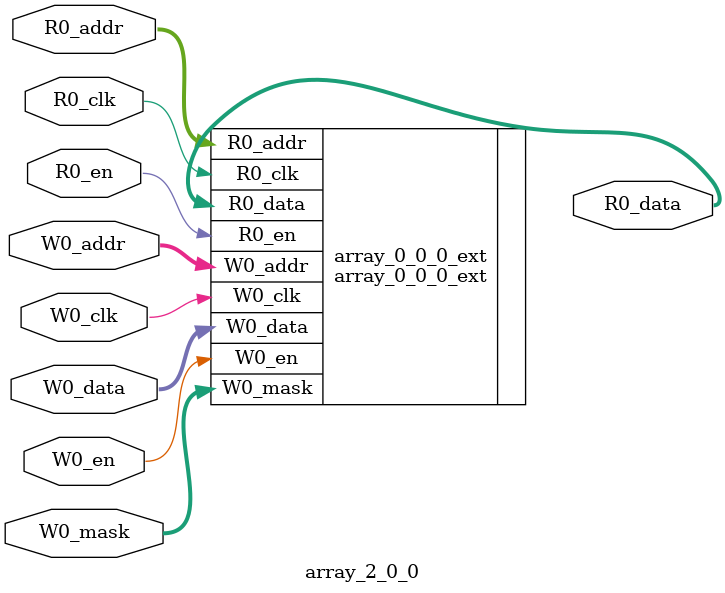
<source format=sv>
`ifndef RANDOMIZE
  `ifdef RANDOMIZE_REG_INIT
    `define RANDOMIZE
  `endif // RANDOMIZE_REG_INIT
`endif // not def RANDOMIZE
`ifndef RANDOMIZE
  `ifdef RANDOMIZE_MEM_INIT
    `define RANDOMIZE
  `endif // RANDOMIZE_MEM_INIT
`endif // not def RANDOMIZE

`ifndef RANDOM
  `define RANDOM $random
`endif // not def RANDOM

// Users can define 'PRINTF_COND' to add an extra gate to prints.
`ifndef PRINTF_COND_
  `ifdef PRINTF_COND
    `define PRINTF_COND_ (`PRINTF_COND)
  `else  // PRINTF_COND
    `define PRINTF_COND_ 1
  `endif // PRINTF_COND
`endif // not def PRINTF_COND_

// Users can define 'ASSERT_VERBOSE_COND' to add an extra gate to assert error printing.
`ifndef ASSERT_VERBOSE_COND_
  `ifdef ASSERT_VERBOSE_COND
    `define ASSERT_VERBOSE_COND_ (`ASSERT_VERBOSE_COND)
  `else  // ASSERT_VERBOSE_COND
    `define ASSERT_VERBOSE_COND_ 1
  `endif // ASSERT_VERBOSE_COND
`endif // not def ASSERT_VERBOSE_COND_

// Users can define 'STOP_COND' to add an extra gate to stop conditions.
`ifndef STOP_COND_
  `ifdef STOP_COND
    `define STOP_COND_ (`STOP_COND)
  `else  // STOP_COND
    `define STOP_COND_ 1
  `endif // STOP_COND
`endif // not def STOP_COND_

// Users can define INIT_RANDOM as general code that gets injected into the
// initializer block for modules with registers.
`ifndef INIT_RANDOM
  `define INIT_RANDOM
`endif // not def INIT_RANDOM

// If using random initialization, you can also define RANDOMIZE_DELAY to
// customize the delay used, otherwise 0.002 is used.
`ifndef RANDOMIZE_DELAY
  `define RANDOMIZE_DELAY 0.002
`endif // not def RANDOMIZE_DELAY

// Define INIT_RANDOM_PROLOG_ for use in our modules below.
`ifndef INIT_RANDOM_PROLOG_
  `ifdef RANDOMIZE
    `ifdef VERILATOR
      `define INIT_RANDOM_PROLOG_ `INIT_RANDOM
    `else  // VERILATOR
      `define INIT_RANDOM_PROLOG_ `INIT_RANDOM #`RANDOMIZE_DELAY begin end
    `endif // VERILATOR
  `else  // RANDOMIZE
    `define INIT_RANDOM_PROLOG_
  `endif // RANDOMIZE
`endif // not def INIT_RANDOM_PROLOG_

module array_2_0_0(	// @[DescribedSRAM.scala:17:26]
  input  [6:0]   R0_addr,
  input          R0_en,
                 R0_clk,
  input  [6:0]   W0_addr,
  input          W0_en,
                 W0_clk,
  input  [127:0] W0_data,
  input  [1:0]   W0_mask,
  output [127:0] R0_data
);

  array_0_0_0_ext array_0_0_0_ext (	// @[DescribedSRAM.scala:17:26]
    .R0_addr (R0_addr),
    .R0_en   (R0_en),
    .R0_clk  (R0_clk),
    .W0_addr (W0_addr),
    .W0_en   (W0_en),
    .W0_clk  (W0_clk),
    .W0_data (W0_data),
    .W0_mask (W0_mask),
    .R0_data (R0_data)
  );
endmodule


</source>
